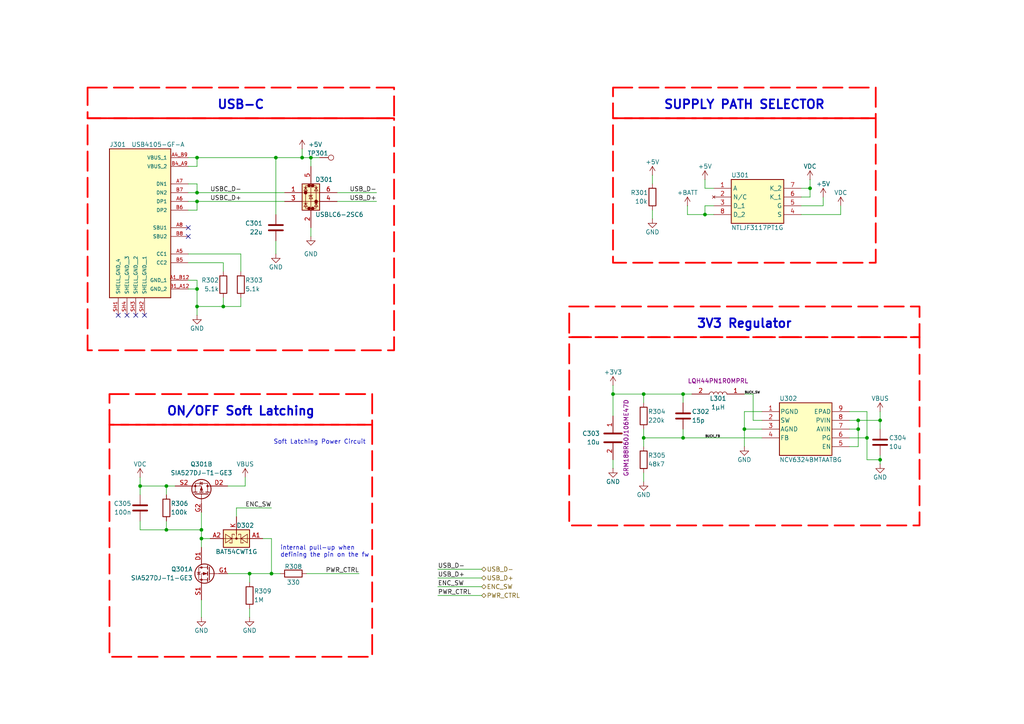
<source format=kicad_sch>
(kicad_sch (version 20231120) (generator "eeschema") (generator_version "8.0")
  (paper "A4")
  (title_block (title "Sistema de alimentación") (date "2024-07-18") (rev "Final") (company "MQuero"))
  (lib_symbols
    (symbol "Connector:TestPoint" (pin_numbers hide) (pin_names (offset 0.762) hide)
      (property "Reference" "TP" (at 0 6.858 0))
      (property "Value" "TestPoint" (at 0 5.08 0))
      (symbol "TestPoint_0_1"
        (circle (center 0 3.302) (radius 0.762))
      )
      (symbol "TestPoint_1_1"
        (pin passive line (at 0 0 90) (length 2.54) (name "1") (number "1"))
      )
    )
    (symbol "Device:C" (pin_numbers hide) (pin_names (offset 0.254))
      (property "Reference" "C" (at 0.635 2.54 0))
      (property "Value" "C" (at 0.635 -2.54 0))
      (symbol "C_0_1"
        (polyline (pts (xy -2.032 -0.762) (xy 2.032 -0.762)) (stroke (width 0.508)))
        (polyline (pts (xy -2.032 0.762) (xy 2.032 0.762)) (stroke (width 0.508)))
      )
      (symbol "C_1_1"
        (pin passive line (at 0 3.81 270) (length 2.794) (name "~") (number "1"))
        (pin passive line (at 0 -3.81 90) (length 2.794) (name "~") (number "2"))
      )
    )
    (symbol "Device:R" (pin_numbers hide) (pin_names (offset 0))
      (property "Reference" "R" (at 2.032 0 90))
      (property "Value" "R" (at 0 0 90))
      (symbol "R_0_1"
        (rectangle (start -1.016 -2.54) (end 1.016 2.54) (stroke (width 0.254)))
      )
      (symbol "R_1_1"
        (pin passive line (at 0 3.81 270) (length 1.27) (name "~") (number "1"))
        (pin passive line (at 0 -3.81 90) (length 1.27) (name "~") (number "2"))
      )
    )
    (symbol "TFG:BAT54CWT1G"
      (property "Reference" "D" (at 0 1.27 0))
      (property "Value" "BAT54CWT1G" (at 3.81 -6.35 0))
      (symbol "BAT54CWT1G_0_1"
        (polyline (pts (xy 1.905 -2.54) (xy 5.715 -2.54)))
        (polyline (pts (xy 1.905 -1.27) (xy 1.905 -1.524)))
        (polyline (pts (xy 2.54 -3.81) (xy 3.175 -3.81)))
        (polyline (pts (xy 2.54 -2.54) (xy 0 -2.54)))
        (polyline (pts (xy 2.54 -1.27) (xy 1.905 -1.27)))
        (polyline (pts (xy 2.54 -1.27) (xy 2.54 -3.81)))
        (polyline (pts (xy 3.175 -3.81) (xy 3.175 -3.556)))
        (polyline (pts (xy 3.81 -2.54) (xy 3.81 -3.81)))
        (polyline (pts (xy 4.445 -3.81) (xy 4.445 -3.556)))
        (polyline (pts (xy 5.08 -3.81) (xy 4.445 -3.81)))
        (polyline (pts (xy 5.08 -1.27) (xy 5.08 -3.81)))
        (polyline (pts (xy 5.08 -1.27) (xy 5.715 -1.27)))
        (polyline (pts (xy 5.715 -1.27) (xy 5.715 -1.524)))
        (polyline (pts (xy 7.62 -2.54) (xy 5.08 -2.54)))
        (polyline (pts (xy 0.635 -3.81) (xy 0.635 -1.27) (xy 2.54 -2.54) (xy 0.635 -3.81)))
        (polyline (pts (xy 6.985 -3.81) (xy 6.985 -1.27) (xy 5.08 -2.54) (xy 6.985 -3.81)))
        (rectangle (start 0 0) (end 7.62 -5.08) (stroke (width 0.254)) (fill (type background)))
        (circle (center 3.81 -2.54) (radius 0.254) (fill (type outline)))
      )
      (symbol "BAT54CWT1G_1_1"
        (pin unspecified line (at -3.81 -2.54 0) (length 3.81) (name "~") (number "A1"))
        (pin unspecified line (at 11.43 -2.54 180) (length 3.81) (name "~") (number "A2"))
        (pin unspecified line (at 3.81 -8.89 90) (length 5.08) (name "~") (number "K"))
      )
    )
    (symbol "TFG:GRM188R60J106ME47D"
      (property "Reference" "C" (at 3.81 1.27 0))
      (property "Value" "10u" (at 3.81 -1.27 0))
      (property "Part Number" "GRM188R60J106ME47D" (at -3.81 0 90))
      (symbol "GRM188R60J106ME47D_0_1"
        (polyline (pts (xy -2.54 -1.27) (xy 2.54 -1.27)) (stroke (width 0.508)))
        (polyline (pts (xy -2.54 1.27) (xy 2.54 1.27)) (stroke (width 0.508)))
      )
      (symbol "GRM188R60J106ME47D_1_1"
        (pin unspecified line (at 0 6.35 270) (length 5.08) (name "~") (number "1"))
        (pin unspecified line (at 0 -6.35 90) (length 5.08) (name "~") (number "2"))
      )
    )
    (symbol "TFG:LQH44PN1R0MPRL" (pin_names (offset 0.254))
      (property "Reference" "L" (at 2.54 1.27 0))
      (property "Value" "1µH" (at 2.54 -1.27 0))
      (property "Part Number" "LQH44PN1R0MPRL" (at -3.81 0 90))
      (symbol "LQH44PN1R0MPRL_0_1"
        (arc (start 0 -2.54) (mid 0.6323 -1.905) (end 0 -1.27))
        (arc (start 0 -1.27) (mid 0.6323 -0.635) (end 0 0))
        (arc (start 0 0) (mid 0.6323 0.635) (end 0 1.27))
        (arc (start 0 1.27) (mid 0.6323 1.905) (end 0 2.54))
      )
      (symbol "LQH44PN1R0MPRL_1_1"
        (pin unspecified line (at 0 7.62 270) (length 5.08) (name "~") (number "1"))
        (pin unspecified line (at 0 -7.62 90) (length 5.08) (name "~") (number "2"))
      )
      (symbol "LQH44PN1R0MPRL_1_2"
        (arc (start -1.27 5.08) (mid -2.5345 3.81) (end -1.27 2.54) (stroke (width 0.2032)))
        (arc (start -1.27 7.62) (mid -2.5345 6.35) (end -1.27 5.08) (stroke (width 0.2032)))
        (arc (start -1.27 10.16) (mid -2.5345 8.89) (end -1.27 7.62) (stroke (width 0.2032)))
        (arc (start -1.27 12.7) (mid -2.5345 11.43) (end -1.27 10.16) (stroke (width 0.2032)))
        (polyline (pts (xy 0 2.54) (xy -1.27 2.54)) (stroke (width 0.2032)))
        (polyline (pts (xy 0 5.08) (xy -1.27 5.08)) (stroke (width 0.2032)))
        (polyline (pts (xy 0 7.62) (xy -1.27 7.62)) (stroke (width 0.2032)))
        (polyline (pts (xy 0 10.16) (xy -1.27 10.16)) (stroke (width 0.2032)))
        (polyline (pts (xy 0 12.7) (xy -1.27 12.7)) (stroke (width 0.2032)))
        (pin unspecified line (at 0 0 90) (length 2.54) (name "1") (number "1"))
        (pin unspecified line (at 0 15.24 270) (length 2.54) (name "2") (number "2"))
      )
    )
    (symbol "TFG:NCV6324BMTAATBG" (pin_names (offset 0.254))
      (property "Reference" "U" (at 0 1.27 0))
      (property "Value" "NCV6324BMTAATBG" (at 0 -16.51 0))
      (symbol "NCV6324BMTAATBG_0_1"
        (pin unspecified line (at -5.08 -2.54 0) (length 5.08) (name "PGND") (number "1"))
        (pin unspecified line (at -5.08 -5.08 0) (length 5.08) (name "SW") (number "2"))
        (pin unspecified line (at -5.08 -7.62 0) (length 5.08) (name "AGND") (number "3"))
        (pin unspecified line (at -5.08 -10.16 0) (length 5.08) (name "FB") (number "4"))
        (pin unspecified line (at 20.32 -12.7 180) (length 5.08) (name "EN") (number "5"))
        (pin unspecified line (at 20.32 -10.16 180) (length 5.08) (name "PG") (number "6"))
        (pin unspecified line (at 20.32 -7.62 180) (length 5.08) (name "AVIN") (number "7"))
        (pin unspecified line (at 20.32 -5.08 180) (length 5.08) (name "PVIN") (number "8"))
      )
      (symbol "NCV6324BMTAATBG_1_1"
        (rectangle (start 0 0) (end 15.24 -15.24) (stroke (width 0.254)) (fill (type background)))
        (pin unspecified line (at 20.32 -2.54 180) (length 5.08) (name "EPAD") (number "9"))
      )
    )
    (symbol "TFG:NTLJF3117PT1G"
      (property "Reference" "U" (at 0 1.27 0))
      (property "Value" "NTLJF3117PT1G" (at 0 -13.97 0))
      (symbol "NTLJF3117PT1G_1_1"
        (rectangle (start 0 0) (end 15.24 -12.7) (stroke (width 0.254)) (fill (type background)))
        (pin unspecified line (at -5.08 -2.54 0) (length 5.08) (name "A") (number "1"))
        (pin no_connect line (at -5.08 -5.08 0) (length 5.08) (name "N/C") (number "2"))
        (pin unspecified line (at -5.08 -7.62 0) (length 5.08) (name "D_1") (number "3"))
        (pin unspecified line (at 20.32 -10.16 180) (length 5.08) (name "S") (number "4"))
        (pin unspecified line (at 20.32 -7.62 180) (length 5.08) (name "G") (number "5"))
        (pin unspecified line (at 20.32 -5.08 180) (length 5.08) (name "K_1") (number "6"))
        (pin unspecified line (at 20.32 -2.54 180) (length 5.08) (name "K_2") (number "7"))
        (pin unspecified line (at -5.08 -10.16 0) (length 5.08) (name "D_2") (number "8"))
      )
    )
    (symbol "TFG:SIA527DJ-T1-GE3"
      (property "Reference" "Q" (at 3.81 1.27 0))
      (property "Value" "SIA527DJ-T1-GE3" (at 3.81 -1.27 0))
      (symbol "SIA527DJ-T1-GE3_1_1"
        (polyline (pts (xy -3.81 0) (xy -1.016 0)))
        (polyline (pts (xy -1.016 1.905) (xy -1.016 -1.905)) (stroke (width 0.254)))
        (polyline (pts (xy -0.508 -1.27) (xy -0.508 -2.286)) (stroke (width 0.254)))
        (polyline (pts (xy -0.508 0.508) (xy -0.508 -0.508)) (stroke (width 0.254)))
        (polyline (pts (xy -0.508 2.286) (xy -0.508 1.27)) (stroke (width 0.254)))
        (polyline (pts (xy 1.27 -2.54) (xy 1.27 0) (xy -0.508 0)))
        (polyline (pts (xy -0.508 -1.778) (xy 2.032 -1.778) (xy 2.032 1.778) (xy -0.508 1.778)))
        (polyline (pts (xy -0.254 0) (xy 0.762 0.381) (xy 0.762 -0.381) (xy -0.254 0)) (fill (type outline)))
        (polyline (pts (xy 1.524 0.508) (xy 1.651 0.381) (xy 2.413 0.381) (xy 2.54 0.254)))
        (polyline (pts (xy 2.032 0.381) (xy 1.651 -0.254) (xy 2.413 -0.254) (xy 2.032 0.381)))
        (circle (center 0.381 0) (radius 2.794) (stroke (width 0.254)))
        (circle (center 1.27 -1.778) (radius 0.254) (fill (type outline)))
        (circle (center 1.27 1.778) (radius 0.254) (fill (type outline)))
        (pin unspecified line (at 1.27 7.62 270) (length 5.08) (name "~") (number "D1"))
        (pin unspecified line (at -6.35 0 0) (length 2.54) (name "~") (number "G1"))
        (pin unspecified line (at 1.27 -7.62 90) (length 5.08) (name "~") (number "S1"))
      )
      (symbol "SIA527DJ-T1-GE3_2_1"
        (polyline (pts (xy -1.016 -1.905) (xy -1.016 1.905)) (stroke (width 0.254)))
        (polyline (pts (xy -1.016 0) (xy -3.81 0)))
        (polyline (pts (xy -0.508 -2.286) (xy -0.508 -1.27)) (stroke (width 0.254)))
        (polyline (pts (xy -0.508 -0.508) (xy -0.508 0.508)) (stroke (width 0.254)))
        (polyline (pts (xy -0.508 1.27) (xy -0.508 2.286)) (stroke (width 0.254)))
        (polyline (pts (xy 1.27 -2.54) (xy 1.27 -1.778)))
        (polyline (pts (xy 1.27 2.54) (xy 1.27 0) (xy -0.508 0)))
        (polyline (pts (xy -0.508 -1.778) (xy 2.032 -1.778) (xy 2.032 1.778) (xy -0.508 1.778)))
        (polyline (pts (xy 1.016 0) (xy 0 -0.381) (xy 0 0.381) (xy 1.016 0)) (fill (type outline)))
        (polyline (pts (xy 1.524 0.508) (xy 1.651 0.381) (xy 2.413 0.381) (xy 2.54 0.254)))
        (polyline (pts (xy 2.032 0.381) (xy 1.651 -0.254) (xy 2.413 -0.254) (xy 2.032 0.381)))
        (circle (center 0.381 0) (radius 2.794) (stroke (width 0.254)))
        (circle (center 1.27 -1.778) (radius 0.254) (fill (type outline)))
        (circle (center 1.27 1.778) (radius 0.254) (fill (type outline)))
        (pin unspecified line (at 1.27 -7.62 90) (length 5.08) (name "~") (number "D2"))
        (pin unspecified line (at -6.35 0 0) (length 2.54) (name "~") (number "G2"))
        (pin unspecified line (at 1.27 7.62 270) (length 5.08) (name "~") (number "S2"))
      )
    )
    (symbol "TFG:USB4105-GF-A" (pin_names (offset 1.016))
      (property "Reference" "J" (at 0 1.27 0))
      (property "Value" "USB4105-GF-A" (at 11.43 -44.45 0))
      (symbol "USB4105-GF-A_0_0"
        (rectangle (start 0 0) (end 17.78 -43.18) (stroke (width 0.254)) (fill (type background)))
        (pin unspecified line (at 22.86 -30.48 180) (length 5.08) (name "CC1") (number "A5"))
        (pin unspecified line (at 22.86 -15.24 180) (length 5.08) (name "DP1") (number "A6"))
        (pin unspecified line (at 22.86 -10.16 180) (length 5.08) (name "DN1") (number "A7"))
        (pin unspecified line (at 22.86 -22.86 180) (length 5.08) (name "SBU1") (number "A8"))
        (pin unspecified line (at 22.86 -33.02 180) (length 5.08) (name "CC2") (number "B5"))
        (pin unspecified line (at 22.86 -17.78 180) (length 5.08) (name "DP2") (number "B6"))
        (pin unspecified line (at 22.86 -12.7 180) (length 5.08) (name "DN2") (number "B7"))
        (pin unspecified line (at 22.86 -25.4 180) (length 5.08) (name "SBU2") (number "B8"))
        (pin unspecified line (at 10.16 -48.26 90) (length 5.08) (name "SHELL_GND__1") (number "SH2"))
        (pin unspecified line (at 7.62 -48.26 90) (length 5.08) (name "SHELL_GND__2") (number "SH3"))
        (pin unspecified line (at 5.08 -48.26 90) (length 5.08) (name "SHELL_GND__3") (number "SH4"))
      )
      (symbol "USB4105-GF-A_1_0"
        (pin unspecified line (at 22.86 -38.1 180) (length 5.08) (name "GND_1") (number "A1_B12"))
        (pin unspecified line (at 22.86 -2.54 180) (length 5.08) (name "VBUS_1") (number "A4_B9"))
        (pin unspecified line (at 22.86 -40.64 180) (length 5.08) (name "GND_2") (number "B1_A12"))
        (pin unspecified line (at 22.86 -5.08 180) (length 5.08) (name "VBUS_2") (number "B4_A9"))
        (pin unspecified line (at 2.54 -48.26 90) (length 5.08) (name "SHELL_GND_4") (number "SH1"))
      )
    )
    (symbol "TFG:USBLC6-2SC6"
      (property "Reference" "D" (at 3.81 1.27 0))
      (property "Value" "USBLC6-2SC6" (at 3.81 -8.89 0))
      (symbol "USBLC6-2SC6_0_0"
        (circle (center 1.016 -2.54) (radius 0.0001) (stroke (width 0.508)))
        (circle (center 2.032 -7.112) (radius 0.0001) (stroke (width 0.508)))
        (circle (center 2.032 -0.508) (radius 0.0001) (stroke (width 0.508)))
        (circle (center 3.048 -7.112) (radius 0.0001) (stroke (width 0.508)))
        (circle (center 3.048 -0.508) (radius 0.0001) (stroke (width 0.508)))
        (circle (center 4.064 -5.08) (radius 0.0001) (stroke (width 0.508)))
      )
      (symbol "USBLC6-2SC6_0_1"
        (polyline (pts (xy 0 -5.08) (xy 5.08 -5.08)))
        (polyline (pts (xy 0 -2.54) (xy 5.08 -2.54)))
        (polyline (pts (xy 0.508 -5.588) (xy 1.524 -5.588)))
        (polyline (pts (xy 1.524 -1.016) (xy 0.508 -1.016)))
        (polyline (pts (xy 3.556 -5.588) (xy 4.572 -5.588)))
        (polyline (pts (xy 3.556 -1.016) (xy 4.572 -1.016)))
        (polyline (pts (xy 2.032 -3.683) (xy 2.032 -3.302) (xy 3.048 -3.302)))
        (polyline (pts (xy 0.508 -2.032) (xy 1.524 -2.032) (xy 1.016 -1.016) (xy 0.508 -2.032)))
        (polyline (pts (xy 1.524 -6.604) (xy 0.508 -6.604) (xy 1.016 -5.588) (xy 1.524 -6.604)))
        (polyline (pts (xy 3.048 -4.318) (xy 2.032 -4.318) (xy 2.54 -3.302) (xy 3.048 -4.318)))
        (polyline (pts (xy 4.572 -6.604) (xy 3.556 -6.604) (xy 4.064 -5.588) (xy 4.572 -6.604)))
        (polyline (pts (xy 4.572 -2.032) (xy 3.556 -2.032) (xy 4.064 -1.016) (xy 4.572 -2.032)))
        (polyline (pts (xy 2.54 0) (xy 2.032 -0.508) (xy 3.048 -0.508) (xy 2.54 -1.016) (xy 2.54 -6.604) (xy 2.032 -7.112) (xy 3.048 -7.112) (xy 2.54 -7.62)))
      )
      (symbol "USBLC6-2SC6_1_1"
        (polyline (pts (xy 2.032 -0.508) (xy 1.016 -0.508) (xy 1.016 -7.112) (xy 2.032 -7.112)))
        (polyline (pts (xy 3.048 -7.112) (xy 4.064 -7.112) (xy 4.064 -0.508) (xy 3.048 -0.508)))
        (rectangle (start 0 0) (end 5.08 -7.62) (stroke (width 0.254)) (fill (type background)))
        (pin unspecified line (at -5.08 -2.54 0) (length 5.08) (name "~") (number "1"))
        (pin unspecified line (at 2.54 -12.7 90) (length 5.08) (name "~") (number "2"))
        (pin unspecified line (at -5.08 -5.08 0) (length 5.08) (name "~") (number "3"))
        (pin unspecified line (at 10.16 -5.08 180) (length 5.08) (name "~") (number "4"))
        (pin unspecified line (at 2.54 5.08 270) (length 5.08) (name "~") (number "5"))
        (pin unspecified line (at 10.16 -2.54 180) (length 5.08) (name "~") (number "6"))
      )
    )
    (symbol "power:+3V3" (power) (pin_numbers hide) (pin_names (offset 0) hide)
      (property "Value" "+3V3" (at 0 3.556 0))
      (symbol "+3V3_0_1"
        (polyline (pts (xy -0.762 1.27) (xy 0 2.54)))
        (polyline (pts (xy 0 0) (xy 0 2.54)))
        (polyline (pts (xy 0 2.54) (xy 0.762 1.27)))
      )
      (symbol "+3V3_1_1"
        (pin power_in line (at 0 0 90) (length 0) (name "~") (number "1"))
      )
    )
    (symbol "power:+5V" (power) (pin_numbers hide) (pin_names (offset 0) hide)
      (property "Value" "+5V" (at 0 3.556 0))
      (symbol "+5V_0_1"
        (polyline (pts (xy -0.762 1.27) (xy 0 2.54)))
        (polyline (pts (xy 0 0) (xy 0 2.54)))
        (polyline (pts (xy 0 2.54) (xy 0.762 1.27)))
      )
      (symbol "+5V_1_1"
        (pin power_in line (at 0 0 90) (length 0) (name "~") (number "1"))
      )
    )
    (symbol "power:+BATT" (power) (pin_numbers hide) (pin_names (offset 0) hide)
      (property "Value" "+BATT" (at 0 3.556 0))
      (symbol "+BATT_0_1"
        (polyline (pts (xy -0.762 1.27) (xy 0 2.54)))
        (polyline (pts (xy 0 0) (xy 0 2.54)))
        (polyline (pts (xy 0 2.54) (xy 0.762 1.27)))
      )
      (symbol "+BATT_1_1"
        (pin power_in line (at 0 0 90) (length 0) (name "~") (number "1"))
      )
    )
    (symbol "power:GND" (power) (pin_numbers hide) (pin_names (offset 0) hide)
      (property "Value" "GND" (at 0 -3.81 0))
      (symbol "GND_0_1"
        (polyline (pts (xy 0 0) (xy 0 -1.27) (xy 1.27 -1.27) (xy 0 -2.54) (xy -1.27 -1.27) (xy 0 -1.27)))
      )
      (symbol "GND_1_1"
        (pin power_in line (at 0 0 270) (length 0) (name "~") (number "1"))
      )
    )
    (symbol "power:VBUS" (power) (pin_numbers hide) (pin_names (offset 0) hide)
      (property "Value" "VBUS" (at 0 3.556 0))
      (symbol "VBUS_0_1"
        (polyline (pts (xy -0.762 1.27) (xy 0 2.54)))
        (polyline (pts (xy 0 0) (xy 0 2.54)))
        (polyline (pts (xy 0 2.54) (xy 0.762 1.27)))
      )
      (symbol "VBUS_1_1"
        (pin power_in line (at 0 0 90) (length 0) (name "~") (number "1"))
      )
    )
    (symbol "power:VDC" (power) (pin_numbers hide) (pin_names (offset 0) hide)
      (property "Value" "VDC" (at 0 3.556 0))
      (symbol "VDC_0_1"
        (polyline (pts (xy -0.762 1.27) (xy 0 2.54)))
        (polyline (pts (xy 0 0) (xy 0 2.54)))
        (polyline (pts (xy 0 2.54) (xy 0.762 1.27)))
      )
      (symbol "VDC_1_1"
        (pin power_in line (at 0 0 90) (length 0) (name "~") (number "1"))
      )
    )
  )
  (junction (at 198.12 127))
  (junction (at 58.42 156.21))
  (junction (at 58.42 153.67))
  (junction (at 40.64 140.97))
  (junction (at 186.69 114.3))
  (junction (at 64.77 88.9))
  (junction (at 80.01 45.72))
  (junction (at 78.74 166.37))
  (junction (at 198.12 114.3))
  (junction (at 57.15 55.88))
  (junction (at 72.39 166.37))
  (junction (at 248.92 121.92))
  (junction (at 48.26 140.97))
  (junction (at 215.9 124.46))
  (junction (at 255.27 133.35))
  (junction (at 248.92 124.46))
  (junction (at 186.69 127))
  (junction (at 87.63 45.72))
  (junction (at 177.8 114.3))
  (junction (at 251.46 127))
  (junction (at 204.47 62.23))
  (junction (at 57.15 58.42))
  (junction (at 90.17 45.72))
  (junction (at 57.15 83.82))
  (junction (at 234.95 54.61))
  (junction (at 255.27 121.92))
  (junction (at 57.15 45.72))
  (junction (at 48.26 153.67))
  (junction (at 57.15 88.9))
  (no_connect (at 54.61 68.58))
  (no_connect (at 41.91 91.44))
  (no_connect (at 39.37 91.44))
  (no_connect (at 54.61 66.04))
  (no_connect (at 36.83 91.44))
  (no_connect (at 34.29 91.44))
  (wire (pts (xy 204.47 62.23) (xy 199.39 62.23)))
  (wire (pts (xy 189.23 50.8) (xy 189.23 53.34)))
  (wire (pts (xy 66.04 166.37) (xy 72.39 166.37)))
  (wire (pts (xy 218.44 114.3) (xy 215.9 114.3)))
  (wire (pts (xy 220.98 124.46) (xy 215.9 124.46)))
  (wire (pts (xy 246.38 119.38) (xy 251.46 119.38)))
  (wire (pts (xy 186.69 127) (xy 198.12 127)))
  (wire (pts (xy 90.17 45.72) (xy 92.71 45.72)))
  (wire (pts (xy 57.15 60.96) (xy 57.15 58.42)))
  (wire (pts (xy 58.42 173.99) (xy 58.42 179.07)))
  (wire (pts (xy 246.38 121.92) (xy 248.92 121.92)))
  (wire (pts (xy 40.64 143.51) (xy 40.64 140.97)))
  (wire (pts (xy 48.26 153.67) (xy 58.42 153.67)))
  (wire (pts (xy 54.61 73.66) (xy 69.85 73.66)))
  (wire (pts (xy 200.66 114.3) (xy 198.12 114.3)))
  (wire (pts (xy 71.12 138.43) (xy 71.12 140.97)))
  (wire (pts (xy 57.15 48.26) (xy 57.15 45.72)))
  (wire (pts (xy 78.74 156.21) (xy 78.74 166.37)))
  (wire (pts (xy 248.92 124.46) (xy 248.92 121.92)))
  (wire (pts (xy 207.01 62.23) (xy 204.47 62.23)))
  (wire (pts (xy 40.64 140.97) (xy 48.26 140.97)))
  (wire (pts (xy 76.2 156.21) (xy 78.74 156.21)))
  (wire (pts (xy 72.39 176.53) (xy 72.39 179.07)))
  (wire (pts (xy 215.9 124.46) (xy 215.9 129.54)))
  (wire (pts (xy 232.41 54.61) (xy 234.95 54.61)))
  (wire (pts (xy 64.77 88.9) (xy 64.77 86.36)))
  (wire (pts (xy 248.92 129.54) (xy 248.92 124.46)))
  (wire (pts (xy 127 170.18) (xy 139.7 170.18)))
  (wire (pts (xy 232.41 59.69) (xy 238.76 59.69)))
  (wire (pts (xy 246.38 124.46) (xy 248.92 124.46)))
  (wire (pts (xy 186.69 137.16) (xy 186.69 139.7)))
  (wire (pts (xy 48.26 140.97) (xy 48.26 143.51)))
  (wire (pts (xy 57.15 88.9) (xy 64.77 88.9)))
  (wire (pts (xy 50.8 140.97) (xy 48.26 140.97)))
  (wire (pts (xy 64.77 76.2) (xy 64.77 78.74)))
  (wire (pts (xy 68.58 147.32) (xy 78.74 147.32)))
  (wire (pts (xy 255.27 121.92) (xy 255.27 119.38)))
  (wire (pts (xy 66.04 140.97) (xy 71.12 140.97)))
  (wire (pts (xy 204.47 59.69) (xy 207.01 59.69)))
  (wire (pts (xy 80.01 73.66) (xy 80.01 69.85)))
  (wire (pts (xy 54.61 60.96) (xy 57.15 60.96)))
  (wire (pts (xy 198.12 114.3) (xy 198.12 116.84)))
  (wire (pts (xy 189.23 60.96) (xy 189.23 63.5)))
  (wire (pts (xy 81.28 166.37) (xy 78.74 166.37)))
  (wire (pts (xy 204.47 54.61) (xy 207.01 54.61)))
  (wire (pts (xy 72.39 166.37) (xy 78.74 166.37)))
  (wire (pts (xy 246.38 127) (xy 251.46 127)))
  (wire (pts (xy 218.44 121.92) (xy 218.44 114.3)))
  (wire (pts (xy 204.47 52.07) (xy 204.47 54.61)))
  (wire (pts (xy 58.42 156.21) (xy 60.96 156.21)))
  (wire (pts (xy 177.8 111.76) (xy 177.8 114.3)))
  (wire (pts (xy 87.63 45.72) (xy 87.63 43.18)))
  (wire (pts (xy 64.77 88.9) (xy 69.85 88.9)))
  (wire (pts (xy 251.46 127) (xy 251.46 133.35)))
  (wire (pts (xy 69.85 73.66) (xy 69.85 78.74)))
  (wire (pts (xy 220.98 119.38) (xy 215.9 119.38)))
  (wire (pts (xy 255.27 132.08) (xy 255.27 133.35)))
  (wire (pts (xy 88.9 166.37) (xy 104.14 166.37)))
  (wire (pts (xy 57.15 91.44) (xy 57.15 88.9)))
  (wire (pts (xy 54.61 58.42) (xy 57.15 58.42)))
  (wire (pts (xy 57.15 53.34) (xy 57.15 55.88)))
  (wire (pts (xy 48.26 153.67) (xy 48.26 151.13)))
  (wire (pts (xy 57.15 45.72) (xy 80.01 45.72)))
  (wire (pts (xy 255.27 121.92) (xy 248.92 121.92)))
  (wire (pts (xy 199.39 62.23) (xy 199.39 59.69)))
  (wire (pts (xy 54.61 83.82) (xy 57.15 83.82)))
  (wire (pts (xy 198.12 127) (xy 220.98 127)))
  (wire (pts (xy 58.42 153.67) (xy 58.42 156.21)))
  (wire (pts (xy 54.61 45.72) (xy 57.15 45.72)))
  (wire (pts (xy 72.39 166.37) (xy 72.39 168.91)))
  (wire (pts (xy 127 167.64) (xy 139.7 167.64)))
  (wire (pts (xy 251.46 119.38) (xy 251.46 127)))
  (wire (pts (xy 234.95 54.61) (xy 234.95 57.15)))
  (wire (pts (xy 54.61 48.26) (xy 57.15 48.26)))
  (wire (pts (xy 90.17 45.72) (xy 90.17 48.26)))
  (wire (pts (xy 220.98 121.92) (xy 218.44 121.92)))
  (wire (pts (xy 186.69 124.46) (xy 186.69 127)))
  (wire (pts (xy 177.8 120.65) (xy 177.8 114.3)))
  (wire (pts (xy 186.69 114.3) (xy 186.69 116.84)))
  (wire (pts (xy 40.64 151.13) (xy 40.64 153.67)))
  (wire (pts (xy 57.15 83.82) (xy 57.15 88.9)))
  (wire (pts (xy 198.12 124.46) (xy 198.12 127)))
  (wire (pts (xy 127 165.1) (xy 139.7 165.1)))
  (wire (pts (xy 54.61 81.28) (xy 57.15 81.28)))
  (wire (pts (xy 57.15 81.28) (xy 57.15 83.82)))
  (wire (pts (xy 243.84 62.23) (xy 243.84 59.69)))
  (wire (pts (xy 54.61 53.34) (xy 57.15 53.34)))
  (wire (pts (xy 215.9 119.38) (xy 215.9 124.46)))
  (wire (pts (xy 232.41 57.15) (xy 234.95 57.15)))
  (wire (pts (xy 80.01 45.72) (xy 80.01 62.23)))
  (wire (pts (xy 90.17 66.04) (xy 90.17 68.58)))
  (wire (pts (xy 238.76 59.69) (xy 238.76 57.15)))
  (wire (pts (xy 232.41 62.23) (xy 243.84 62.23)))
  (wire (pts (xy 127 172.72) (xy 139.7 172.72)))
  (wire (pts (xy 87.63 45.72) (xy 90.17 45.72)))
  (wire (pts (xy 69.85 88.9) (xy 69.85 86.36)))
  (wire (pts (xy 57.15 58.42) (xy 82.55 58.42)))
  (wire (pts (xy 186.69 127) (xy 186.69 129.54)))
  (wire (pts (xy 80.01 45.72) (xy 87.63 45.72)))
  (wire (pts (xy 177.8 114.3) (xy 186.69 114.3)))
  (wire (pts (xy 57.15 55.88) (xy 82.55 55.88)))
  (wire (pts (xy 58.42 156.21) (xy 58.42 158.75)))
  (wire (pts (xy 234.95 52.07) (xy 234.95 54.61)))
  (wire (pts (xy 246.38 129.54) (xy 248.92 129.54)))
  (wire (pts (xy 177.8 133.35) (xy 177.8 135.89)))
  (wire (pts (xy 251.46 133.35) (xy 255.27 133.35)))
  (wire (pts (xy 40.64 140.97) (xy 40.64 138.43)))
  (wire (pts (xy 54.61 76.2) (xy 64.77 76.2)))
  (wire (pts (xy 58.42 148.59) (xy 58.42 153.67)))
  (wire (pts (xy 255.27 133.35) (xy 255.27 134.62)))
  (wire (pts (xy 97.79 55.88) (xy 109.22 55.88)))
  (wire (pts (xy 97.79 58.42) (xy 109.22 58.42)))
  (wire (pts (xy 40.64 153.67) (xy 48.26 153.67)))
  (wire (pts (xy 54.61 55.88) (xy 57.15 55.88)))
  (wire (pts (xy 68.58 149.86) (xy 68.58 147.32)))
  (wire (pts (xy 255.27 121.92) (xy 255.27 124.46)))
  (wire (pts (xy 186.69 114.3) (xy 198.12 114.3)))
  (wire (pts (xy 204.47 62.23) (xy 204.47 59.69)))
  (rectangle (start 165.1 97.79) (end 266.7 152.4) (stroke (width 0.508) (type dash) (color 255 0 0 1)))
  (rectangle (start 25.4 25.4) (end 114.3 34.29) (stroke (width 0.508) (type dash) (color 255 0 0 1)))
  (rectangle (start 177.8 25.4) (end 254 34.29) (stroke (width 0.508) (type dash) (color 255 0 0 1)))
  (rectangle (start 31.75 123.19) (end 107.95 190.5) (stroke (width 0.508) (type dash) (color 255 0 0 1)))
  (rectangle (start 177.8 34.29) (end 254 76.2) (stroke (width 0.508) (type dash) (color 255 0 0 1)))
  (rectangle (start 31.75 114.3) (end 107.95 123.19) (stroke (width 0.508) (type dash) (color 255 0 0 1)))
  (rectangle (start 165.1 88.9) (end 266.7 97.79) (stroke (width 0.508) (type dash) (color 255 0 0 1)))
  (rectangle (start 25.4 34.29) (end 114.3 101.6) (stroke (width 0.508) (type dash) (color 255 0 0 1)))
  (text "internal pull-up when \ndefining the pin on the fw" (at 81.28 160.02 0) (effects (font (size 1.27 1.27)) (justify left)))
  (text "SUPPLY PATH SELECTOR" (at 215.9 30.48 0) (effects (font (size 2.54 2.54) (thickness 0.508) (bold yes))))
  (text "USB-C" (at 69.85 30.48 0) (effects (font (size 2.54 2.54) (thickness 0.508) (bold yes))))
  (text "Soft Latching Power Circuit" (at 92.71 128.27 0) (effects (font (size 1.27 1.27))))
  (text "3V3 Regulator" (at 215.9 93.98 0) (effects (font (size 2.54 2.54) (thickness 0.508) (bold yes))))
  (text "ON/OFF Soft Latching" (at 69.85 119.38 0) (effects (font (size 2.54 2.54) (thickness 0.508) (bold yes))))
  (label "BUCK_SW" (at 215.9 114.3 0) (effects (font (size 0.635 0.635))))
  (label "USBC_D-" (at 60.96 55.88 0))
  (label "PWR_CTRL" (at 104.14 166.37 180))
  (label "PWR_CTRL" (at 127 172.72 0))
  (label "USB_D+" (at 127 167.64 0))
  (label "USB_D-" (at 109.22 55.88 180))
  (label "USB_D-" (at 127 165.1 0))
  (label "BUCK_FB" (at 204.47 127 0) (effects (font (size 0.635 0.635))))
  (label "USB_D+" (at 109.22 58.42 180))
  (label "USBC_D+" (at 60.96 58.42 0))
  (label "ENC_SW" (at 78.74 147.32 180))
  (label "ENC_SW" (at 127 170.18 0))
  (hierarchical_label "USB_D-" (shape bidirectional) (at 139.7 165.1 0))
  (hierarchical_label "PWR_CTRL" (shape bidirectional) (at 139.7 172.72 0))
  (hierarchical_label "ENC_SW" (shape bidirectional) (at 139.7 170.18 0))
  (hierarchical_label "USB_D+" (shape bidirectional) (at 139.7 167.64 0))
  (symbol (lib_id "Device:C") (at 80.01 66.04 0) (mirror y) (unit 1)
    (property "Reference" "C301" (at 76.2 64.77 0) (effects (justify left)))
    (property "Value" "22u" (at 76.2 67.3099 0) (effects (justify left)))
    (property "Footprint" "Capacitor_SMD:C_0603_1608Metric" (effects (hide yes)))
    (property "Description" "Unpolarized capacitor" (effects (hide yes)))
  )
  (symbol (lib_id "power:+5V") (at 204.47 52.07 0) (unit 1)
    (property "Reference" "#PWR0303" (effects (hide yes)))
    (property "Value" "+5V" (at 204.47 48.26 0))
    (property "Description" "Power symbol creates a global label with name \"+5V\"" (effects (hide yes)))
  )
  (symbol (lib_id "TFG:NTLJF3117PT1G") (at 212.09 52.07 0) (unit 1)
    (property "Reference" "U301" (at 212.09 50.8 0) (effects (justify left)))
    (property "Value" "NTLJF3117PT1G" (at 212.09 66.04 0) (effects (justify left)))
    (property "Footprint" "TFG:NTLJF3117PT1G" (effects (hide yes)))
    (property "Datasheet" "http://www.onsemi.com/pub/Collateral/NTLJF3117P-D.PDF" (effects (hide yes)))
    (property "Description" "MOSFET P-CH 20V 2.3A 6WDFN" (effects (hide yes)))
    (property "MQ PN" "TFGQ001" (effects (hide yes)))
  )
  (symbol (lib_id "Device:R") (at 69.85 82.55 0) (unit 1)
    (property "Reference" "R303" (at 71.12 81.28 0) (effects (justify left)))
    (property "Value" "5.1k" (at 71.12 83.82 0) (effects (justify left)))
    (property "Footprint" "Resistor_SMD:R_0402_1005Metric" (effects (hide yes)))
    (property "Description" "Resistor" (effects (hide yes)))
  )
  (symbol (lib_id "power:+BATT") (at 199.39 59.69 0) (unit 1)
    (property "Reference" "#PWR0306" (effects (hide yes)))
    (property "Value" "+BATT" (at 199.39 55.88 0))
    (property "Description" "Power symbol creates a global label with name \"+BATT\"" (effects (hide yes)))
  )
  (symbol (lib_id "TFG:LQH44PN1R0MPRL") (at 208.28 114.3 270) (mirror x) (unit 1)
    (property "Reference" "L301" (at 208.28 115.57 90))
    (property "Value" "1µH" (at 208.28 118.11 90))
    (property "Footprint" "TFG:LQH44PN1R0MPRL" (effects (hide yes)))
    (property "Datasheet" "https://search.murata.co.jp/Ceramy/image/img/P02/JELF243A-0190.pdf" (effects (hide yes)))
    (property "Description" "FIXED IND 1.0UH 4300MA NONAUTO" (effects (hide yes)))
    (property "Part Number" "LQH44PN1R0MPRL" (at 208.28 110.49 90))
    (property "MQ PN" "TFGL001" (effects (hide yes)))
  )
  (symbol (lib_id "power:GND") (at 186.69 139.7 0) (unit 1)
    (property "Reference" "#PWR0320" (effects (hide yes)))
    (property "Value" "GND" (at 186.69 143.51 0))
    (property "Description" "Power symbol creates a global label with name \"GND\" , ground" (effects (hide yes)))
  )
  (symbol (lib_id "Device:C") (at 40.64 147.32 0) (unit 1)
    (property "Reference" "C305" (at 38.1 146.05 0) (effects (justify right)))
    (property "Value" "100n" (at 38.1 148.5899 0) (effects (justify right)))
    (property "Footprint" "Capacitor_SMD:C_0402_1005Metric" (effects (hide yes)))
    (property "Description" "Unpolarized capacitor" (effects (hide yes)))
  )
  (symbol (lib_id "TFG:BAT54CWT1G") (at 72.39 158.75 180) (unit 1)
    (property "Reference" "D302" (at 68.58 152.4 0) (effects (justify right)))
    (property "Value" "BAT54CWT1G" (at 68.58 160.02 0))
    (property "Footprint" "TFG:BAT54CWT1G" (effects (hide yes)))
    (property "Datasheet" "https://www.onsemi.com/pdf/datasheet/bat54cwt1-d.pdf" (effects (hide yes)))
    (property "Description" "DIODE ARR SCHOT 30V 200MA SC70-3" (effects (hide yes)))
    (property "MQ PN" "TFGD005" (effects (hide yes)))
  )
  (symbol (lib_id "Device:R") (at 189.23 57.15 0) (mirror y) (unit 1)
    (property "Reference" "R301" (at 182.88 55.88 0) (effects (justify right)))
    (property "Value" "10k" (at 184.15 58.42 0) (effects (justify right)))
    (property "Footprint" "Resistor_SMD:R_0402_1005Metric" (effects (hide yes)))
    (property "Description" "Resistor" (effects (hide yes)))
  )
  (symbol (lib_id "power:+5V") (at 238.76 57.15 0) (unit 1)
    (property "Reference" "#PWR0305" (effects (hide yes)))
    (property "Value" "+5V" (at 238.76 53.34 0))
    (property "Description" "Power symbol creates a global label with name \"+5V\"" (effects (hide yes)))
  )
  (symbol (lib_id "Device:R") (at 85.09 166.37 90) (unit 1)
    (property "Reference" "R308" (at 85.09 164.338 90))
    (property "Value" "330" (at 85.09 168.91 90))
    (property "Footprint" "Resistor_SMD:R_0402_1005Metric" (effects (hide yes)))
    (property "Description" "Resistor" (effects (hide yes)))
  )
  (symbol (lib_id "Device:R") (at 48.26 147.32 180) (unit 1)
    (property "Reference" "R306" (at 49.53 146.05 0) (effects (justify right)))
    (property "Value" "100k" (at 49.53 148.59 0) (effects (justify right)))
    (property "Footprint" "Resistor_SMD:R_0402_1005Metric" (effects (hide yes)))
    (property "Description" "Resistor" (effects (hide yes)))
  )
  (symbol (lib_id "power:VBUS") (at 71.12 138.43 0) (unit 1)
    (property "Reference" "#PWR0319" (effects (hide yes)))
    (property "Value" "VBUS" (at 71.12 134.62 0))
    (property "Description" "Power symbol creates a global label with name \"VBUS\"" (effects (hide yes)))
  )
  (symbol (lib_id "Connector:TestPoint") (at 92.71 45.72 270) (mirror x) (unit 1)
    (property "Reference" "TP301" (at 95.25 44.45 90) (effects (justify right)))
    (property "Value" "TestPoint" (effects (hide yes)))
    (property "Footprint" "TestPoint:TestPoint_Pad_D1.0mm" (effects (hide yes)))
    (property "Description" "test point" (effects (hide yes)))
  )
  (symbol (lib_id "TFG:USB4105-GF-A") (at 31.75 43.18 0) (unit 1)
    (property "Reference" "J301" (at 31.75 41.91 0) (effects (justify left)))
    (property "Value" "USB4105-GF-A" (at 38.1 41.91 0) (effects (justify left)))
    (property "Footprint" "TFG:USB4105-GF-A" (effects (hide yes)))
    (property "Datasheet" "https://mm.digikey.com/Volume0/opasdata/d220001/medias/docus/5492/USB4105.pdf" (effects (hide yes)))
    (property "Description" "CONN RCP USB2.0 TYP C 24P SMD RA" (effects (hide yes)))
    (property "MQ PN" "TFGJ004" (effects (hide yes)))
  )
  (symbol (lib_id "power:VDC") (at 40.64 138.43 0) (unit 1)
    (property "Reference" "#PWR0318" (effects (hide yes)))
    (property "Value" "VDC" (at 40.64 134.62 0))
    (property "Description" "Power symbol creates a global label with name \"VDC\"" (effects (hide yes)))
  )
  (symbol (lib_id "TFG:NCV6324BMTAATBG") (at 226.06 116.84 0) (unit 1)
    (property "Reference" "U302" (at 226.06 115.57 0) (effects (justify left)))
    (property "Value" "NCV6324BMTAATBG" (at 226.06 133.35 0) (effects (justify left)))
    (property "Footprint" "TFG:NCV6324BMTAATBG" (effects (hide yes)))
    (property "Datasheet" "https://www.onsemi.com/pdf/datasheet/ncp6324-d.pdf" (effects (hide yes)))
    (property "Description" "IC REG BUCK ADJ 2A 8WDFN" (effects (hide yes)))
    (property "MQ PN" "TFGIC002" (effects (hide yes)))
  )
  (symbol (lib_id "power:GND") (at 215.9 129.54 0) (unit 1)
    (property "Reference" "#PWR0315" (effects (hide yes)))
    (property "Value" "GND" (at 215.9 133.35 0))
    (property "Description" "Power symbol creates a global label with name \"GND\" , ground" (effects (hide yes)))
  )
  (symbol (lib_id "Device:R") (at 72.39 172.72 0) (unit 1)
    (property "Reference" "R309" (at 73.66 171.45 0) (effects (justify left)))
    (property "Value" "1M" (at 73.66 173.99 0) (effects (justify left)))
    (property "Footprint" "Resistor_SMD:R_0402_1005Metric" (effects (hide yes)))
    (property "Description" "Resistor" (effects (hide yes)))
  )
  (symbol (lib_id "Device:R") (at 64.77 82.55 0) (mirror y) (unit 1)
    (property "Reference" "R302" (at 60.96 81.28 0))
    (property "Value" "5.1k" (at 63.5 83.82 0) (effects (justify left)))
    (property "Footprint" "Resistor_SMD:R_0402_1005Metric" (effects (hide yes)))
    (property "Description" "Resistor" (effects (hide yes)))
  )
  (symbol (lib_id "TFG:SIA527DJ-T1-GE3") (at 58.42 142.24 90) (unit 2)
    (property "Reference" "Q301" (at 58.42 134.62 90))
    (property "Value" "SIA527DJ-T1-GE3" (at 58.42 137.16 90))
    (property "Footprint" "TFG:SIA527DJ-T1-GE3" (effects (hide yes)))
    (property "Datasheet" "https://www.vishay.com/docs/64162/sia527dj.pdf" (effects (hide yes)))
    (property "Description" "MOSFET N/P-CH 12V 4.5A SC70-6" (effects (hide yes)))
    (property "MQ PN" "TFGQ003" (effects (hide yes)))
  )
  (symbol (lib_id "Device:R") (at 186.69 133.35 0) (unit 1)
    (property "Reference" "R305" (at 190.5 132.08 0))
    (property "Value" "48k7" (at 187.96 134.62 0) (effects (justify left)))
    (property "Footprint" "Resistor_SMD:R_0402_1005Metric" (effects (hide yes)))
    (property "Description" "Resistor" (effects (hide yes)))
  )
  (symbol (lib_id "TFG:SIA527DJ-T1-GE3") (at 59.69 166.37 0) (mirror y) (unit 1)
    (property "Reference" "Q301" (at 55.88 165.1 0) (effects (justify left)))
    (property "Value" "SIA527DJ-T1-GE3" (at 55.88 167.64 0) (effects (justify left)))
    (property "Footprint" "TFG:SIA527DJ-T1-GE3" (effects (hide yes)))
    (property "Datasheet" "https://www.vishay.com/docs/64162/sia527dj.pdf" (effects (hide yes)))
    (property "Description" "MOSFET N/P-CH 12V 4.5A SC70-6" (effects (hide yes)))
    (property "MQ PN" "TFGQ003" (effects (hide yes)))
  )
  (symbol (lib_id "power:GND") (at 90.17 68.58 0) (unit 1)
    (property "Reference" "#PWR011" (effects (hide yes)))
    (property "Value" "GND" (at 90.17 73.66 0))
    (property "Description" "Power symbol creates a global label with name \"GND\" , ground" (effects (hide yes)))
  )
  (symbol (lib_id "power:GND") (at 255.27 134.62 0) (unit 1)
    (property "Reference" "#PWR0316" (effects (hide yes)))
    (property "Value" "GND" (at 255.27 138.43 0))
    (property "Description" "Power symbol creates a global label with name \"GND\" , ground" (effects (hide yes)))
  )
  (symbol (lib_id "TFG:GRM188R60J106ME47D") (at 177.8 127 0) (mirror y) (unit 1)
    (property "Reference" "C303" (at 173.99 125.73 0) (effects (justify left)))
    (property "Value" "10u" (at 173.99 128.27 0) (effects (justify left)))
    (property "Footprint" "Capacitor_SMD:C_0402_1005Metric" (effects (hide yes)))
    (property "Datasheet" "https://search.murata.co.jp/Ceramy/image/img/A01X/G101/ENG/GRM188R60J106ME47-01.pdf" (effects (hide yes)))
    (property "Description" "CAP CER 10UF 6.3V X5R 0603" (effects (hide yes)))
    (property "Part Number" "GRM188R60J106ME47D" (at 181.61 127 90))
    (property "MQ PN" "TFGC001" (effects (hide yes)))
  )
  (symbol (lib_id "power:VBUS") (at 255.27 119.38 0) (unit 1)
    (property "Reference" "#PWR0314" (effects (hide yes)))
    (property "Value" "VBUS" (at 255.27 115.57 0))
    (property "Description" "Power symbol creates a global label with name \"VBUS\"" (effects (hide yes)))
  )
  (symbol (lib_id "power:+3V3") (at 177.8 111.76 0) (unit 1)
    (property "Reference" "#PWR0313" (effects (hide yes)))
    (property "Value" "+3V3" (at 177.8 107.95 0))
    (property "Description" "Power symbol creates a global label with name \"+3V3\"" (effects (hide yes)))
  )
  (symbol (lib_id "power:GND") (at 80.01 73.66 0) (unit 1)
    (property "Reference" "#PWR0309" (effects (hide yes)))
    (property "Value" "GND" (at 80.01 77.47 0))
    (property "Description" "Power symbol creates a global label with name \"GND\" , ground" (effects (hide yes)))
  )
  (symbol (lib_id "power:+5V") (at 87.63 43.18 0) (unit 1)
    (property "Reference" "#PWR0301" (effects (hide yes)))
    (property "Value" "+5V" (at 91.44 41.91 0))
    (property "Description" "Power symbol creates a global label with name \"+5V\"" (effects (hide yes)))
  )
  (symbol (lib_id "Device:C") (at 198.12 120.65 0) (unit 1)
    (property "Reference" "C302" (at 200.66 119.38 0) (effects (justify left)))
    (property "Value" "15p" (at 200.66 121.92 0) (effects (justify left)))
    (property "Footprint" "Capacitor_SMD:C_0402_1005Metric" (effects (hide yes)))
    (property "Description" "Unpolarized capacitor" (effects (hide yes)))
  )
  (symbol (lib_id "TFG:USBLC6-2SC6") (at 87.63 53.34 0) (unit 1)
    (property "Reference" "D301" (at 91.44 52.07 0) (effects (justify left)))
    (property "Value" "USBLC6-2SC6" (at 91.44 62.23 0) (effects (justify left)))
    (property "Footprint" "TFG:USBLC6-2SC6" (effects (hide yes)))
    (property "Datasheet" "https://www.st.com/content/ccc/resource/technical/document/datasheet/06/1d/48/9c/6c/20/4a/b2/CD00050750.pdf/files/CD00050750.pdf/jcr:content/translations/en.CD00050750.pdf" (effects (hide yes)))
    (property "Description" "TVS DIODE 5.25VWM 17VC SOT23-6" (effects (hide yes)))
    (property "MQ PN" "TFGD006" (effects (hide yes)))
  )
  (symbol (lib_id "Device:R") (at 186.69 120.65 0) (unit 1)
    (property "Reference" "R304" (at 190.5 119.38 0))
    (property "Value" "220k" (at 187.96 121.92 0) (effects (justify left)))
    (property "Footprint" "Resistor_SMD:R_0402_1005Metric" (effects (hide yes)))
    (property "Description" "Resistor" (effects (hide yes)))
  )
  (symbol (lib_id "power:GND") (at 189.23 63.5 0) (unit 1)
    (property "Reference" "#PWR0308" (effects (hide yes)))
    (property "Value" "GND" (at 189.23 67.31 0))
    (property "Description" "Power symbol creates a global label with name \"GND\" , ground" (effects (hide yes)))
  )
  (symbol (lib_id "power:GND") (at 57.15 91.44 0) (unit 1)
    (property "Reference" "#PWR0311" (effects (hide yes)))
    (property "Value" "GND" (at 57.15 95.25 0))
    (property "Description" "Power symbol creates a global label with name \"GND\" , ground" (effects (hide yes)))
  )
  (symbol (lib_id "power:+5V") (at 189.23 50.8 0) (unit 1)
    (property "Reference" "#PWR0302" (effects (hide yes)))
    (property "Value" "+5V" (at 189.23 46.99 0))
    (property "Description" "Power symbol creates a global label with name \"+5V\"" (effects (hide yes)))
  )
  (symbol (lib_id "power:GND") (at 177.8 135.89 0) (unit 1)
    (property "Reference" "#PWR0317" (effects (hide yes)))
    (property "Value" "GND" (at 177.8 139.7 0))
    (property "Description" "Power symbol creates a global label with name \"GND\" , ground" (effects (hide yes)))
  )
  (symbol (lib_id "power:VDC") (at 234.95 52.07 0) (unit 1)
    (property "Reference" "#PWR0304" (effects (hide yes)))
    (property "Value" "VDC" (at 234.95 48.26 0))
    (property "Description" "Power symbol creates a global label with name \"VDC\"" (effects (hide yes)))
  )
  (symbol (lib_id "Device:C") (at 255.27 128.27 0) (unit 1)
    (property "Reference" "C304" (at 257.81 127 0) (effects (justify left)))
    (property "Value" "10u" (at 257.81 129.54 0) (effects (justify left)))
    (property "Footprint" "Capacitor_SMD:C_0402_1005Metric" (effects (hide yes)))
    (property "Description" "Unpolarized capacitor" (effects (hide yes)))
  )
  (symbol (lib_id "power:GND") (at 58.42 179.07 0) (unit 1)
    (property "Reference" "#PWR0322" (effects (hide yes)))
    (property "Value" "GND" (at 58.42 182.88 0))
    (property "Description" "Power symbol creates a global label with name \"GND\" , ground" (effects (hide yes)))
  )
  (symbol (lib_id "power:GND") (at 72.39 179.07 0) (unit 1)
    (property "Reference" "#PWR0323" (effects (hide yes)))
    (property "Value" "GND" (at 72.39 182.88 0))
    (property "Description" "Power symbol creates a global label with name \"GND\" , ground" (effects (hide yes)))
  )
  (symbol (lib_id "power:VDC") (at 243.84 59.69 0) (unit 1)
    (property "Reference" "#PWR0307" (effects (hide yes)))
    (property "Value" "VDC" (at 243.84 55.88 0))
    (property "Description" "Power symbol creates a global label with name \"VDC\"" (effects (hide yes)))
  )
)
</source>
